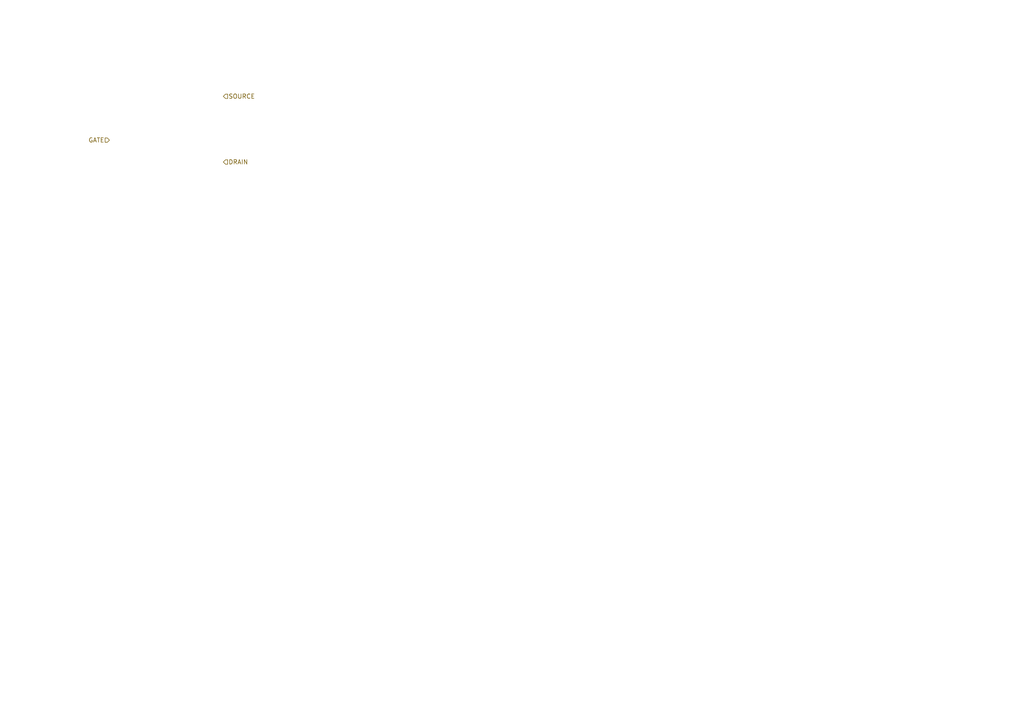
<source format=kicad_sch>
(kicad_sch
	(version 20231120)
	(generator "eeschema")
	(generator_version "8.0")
	(uuid "170875fa-aaf2-4d95-8ffc-81831e498b51")
	(paper "A4")
	(lib_symbols)
	(hierarchical_label "SOURCE"
		(shape input)
		(at 64.77 27.94 0)
		(fields_autoplaced yes)
		(effects
			(font
				(size 1.27 1.27)
			)
			(justify left)
		)
		(uuid "60ae28e6-ddd7-4ba2-a941-9c748a7abd38")
	)
	(hierarchical_label "DRAIN"
		(shape input)
		(at 64.77 46.99 0)
		(fields_autoplaced yes)
		(effects
			(font
				(size 1.27 1.27)
			)
			(justify left)
		)
		(uuid "b055727a-5528-4c30-afe9-26fea11a8e4b")
	)
	(hierarchical_label "GATE"
		(shape input)
		(at 31.75 40.64 180)
		(fields_autoplaced yes)
		(effects
			(font
				(size 1.27 1.27)
			)
			(justify right)
		)
		(uuid "f368eb2d-dc14-4008-9f1f-eae787ae9761")
	)
)

</source>
